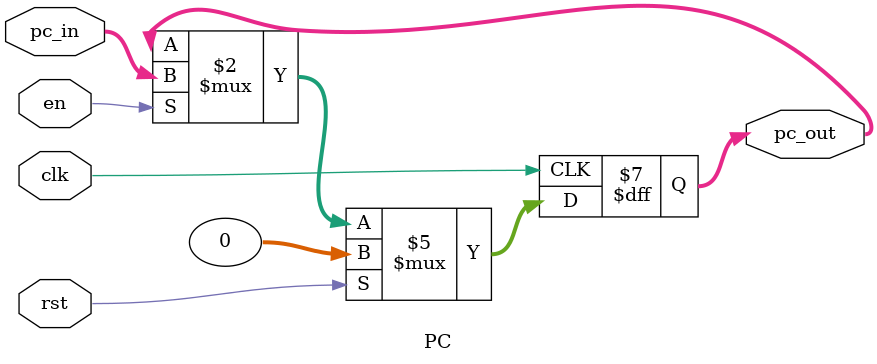
<source format=sv>

module PC 
(
    input  logic        clk,
    input  logic        rst,
    input  logic        en,
    input  logic [31:0] pc_in,
    output logic [31:0] pc_out
);

    always_ff @(posedge clk) 
    begin 
        if (rst)
        begin
            pc_out <= 0;
        end
        else if (en)
        begin 
            pc_out <= pc_in;
        end
    end    

endmodule
</source>
